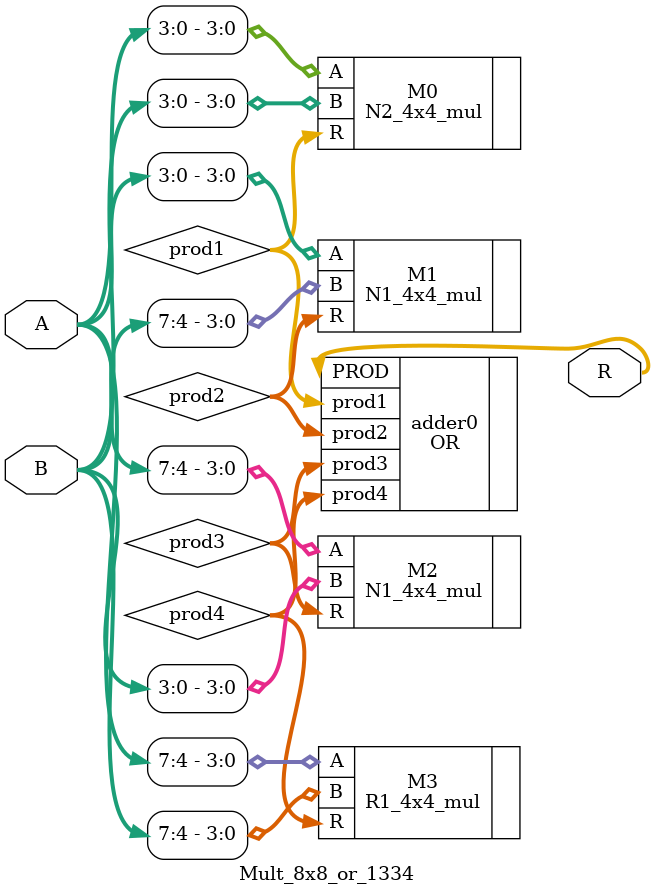
<source format=v>
module Mult_8x8_or_1334(
input [7:0] A,
input [7:0] B,
output [15:0]R
);
wire [7:0]prod1;
wire [7:0]prod2;
wire [7:0]prod3;
wire [7:0]prod4;

N2_4x4_mul M0(.A(A[3:0]),.B(B[3:0]),.R(prod1));
N1_4x4_mul M1(.A(A[3:0]),.B(B[7:4]),.R(prod2));
N1_4x4_mul M2(.A(A[7:4]),.B(B[3:0]),.R(prod3));
R1_4x4_mul M3(.A(A[7:4]),.B(B[7:4]),.R(prod4));
OR adder0(.prod1(prod1),.prod2(prod2),.prod3(prod3),.prod4(prod4),.PROD(R));
endmodule

</source>
